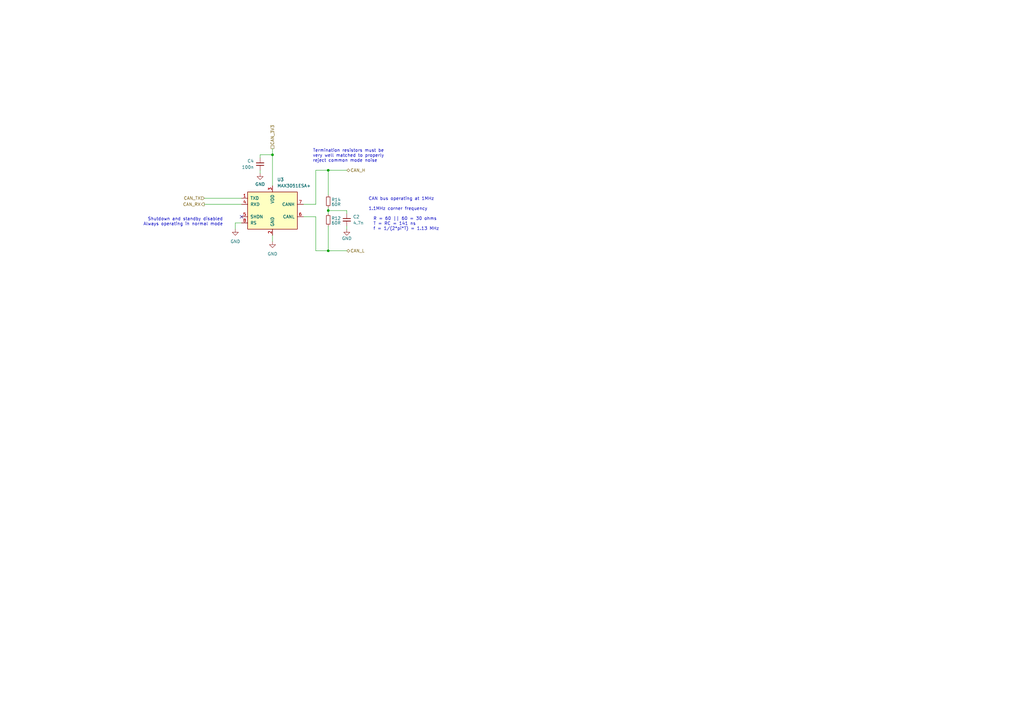
<source format=kicad_sch>
(kicad_sch (version 20230121) (generator eeschema)
  (paper "A3")
  (title_block (title "VCU") (date "2023-03-03") (rev "1.4.0") (company "SUFST") (comment 1 "STAG X") (comment 2 "Tim Brewis") (comment 3 "Max O'Brien"))
  (lib_symbols
    (symbol "Device:C_Small" (pin_numbers hide) (pin_names (offset 0.254) hide)
      (property "Reference" "C" (at 0.254 1.778 0))
      (property "Value" "C_Small" (at 0.254 -2.032 0))
      (symbol "C_Small_0_1"
        (polyline (pts (xy -1.524 -0.508) (xy 1.524 -0.508)) (stroke (width 0.3302)))
        (polyline (pts (xy -1.524 0.508) (xy 1.524 0.508)) (stroke (width 0.3048)))
      )
      (symbol "C_Small_1_1"
        (pin passive line (at 0 2.54 270) (length 2.032) (name "~") (number "1"))
        (pin passive line (at 0 -2.54 90) (length 2.032) (name "~") (number "2"))
      )
    )
    (symbol "Device:R_Small" (pin_numbers hide) (pin_names (offset 0.254) hide)
      (property "Reference" "R" (at 0.762 0.508 0))
      (property "Value" "R_Small" (at 0.762 -1.016 0))
      (symbol "R_Small_0_1"
        (rectangle (start -0.762 1.778) (end 0.762 -1.778) (stroke (width 0.2032)))
      )
      (symbol "R_Small_1_1"
        (pin passive line (at 0 2.54 270) (length 0.762) (name "~") (number "1"))
        (pin passive line (at 0 -2.54 90) (length 0.762) (name "~") (number "2"))
      )
    )
    (symbol "Interface_UART:MAX3051" (pin_names (offset 1.016))
      (property "Reference" "U" (at -10.16 8.89 0))
      (property "Value" "MAX3051" (at 2.54 8.89 0))
      (symbol "MAX3051_0_1"
        (rectangle (start -10.16 7.62) (end 10.16 -7.62) (stroke (width 0.254)) (fill (type background)))
      )
      (symbol "MAX3051_1_1"
        (pin input line (at -12.7 5.08 0) (length 2.54) (name "TXD") (number "1"))
        (pin power_in line (at 0 -10.16 90) (length 2.54) (name "GND") (number "2"))
        (pin power_in line (at 0 10.16 270) (length 2.54) (name "VDD") (number "3"))
        (pin output line (at -12.7 2.54 0) (length 2.54) (name "RXD") (number "4"))
        (pin input line (at -12.7 -2.54 0) (length 2.54) (name "SHDN") (number "5"))
        (pin bidirectional line (at 12.7 -2.54 180) (length 2.54) (name "CANL") (number "6"))
        (pin bidirectional line (at 12.7 2.54 180) (length 2.54) (name "CANH") (number "7"))
        (pin input line (at -12.7 -5.08 0) (length 2.54) (name "RS") (number "8"))
      )
    )
    (symbol "power:GND" (power) (pin_names (offset 0))
      (property "Value" "GND" (at 0 -3.81 0))
      (symbol "GND_0_1"
        (polyline (pts (xy 0 0) (xy 0 -1.27) (xy 1.27 -1.27) (xy 0 -2.54) (xy -1.27 -1.27) (xy 0 -1.27)))
      )
      (symbol "GND_1_1"
        (pin power_in line (at 0 0 270) (length 0) hide (name "GND") (number "1"))
      )
    )
  )
  (junction (at 134.62 86.36))
  (junction (at 111.76 63.5))
  (junction (at 134.62 102.87))
  (junction (at 134.62 69.85))
  (no_connect (at 99.06 88.9))
  (wire (pts (xy 106.68 63.5) (xy 111.76 63.5)))
  (wire (pts (xy 134.62 86.36) (xy 142.24 86.36)))
  (wire (pts (xy 83.82 83.82) (xy 99.06 83.82)))
  (wire (pts (xy 134.62 69.85) (xy 142.24 69.85)))
  (wire (pts (xy 111.76 60.96) (xy 111.76 63.5)))
  (wire (pts (xy 134.62 92.71) (xy 134.62 102.87)))
  (wire (pts (xy 96.52 93.98) (xy 96.52 91.44)))
  (wire (pts (xy 129.54 102.87) (xy 134.62 102.87)))
  (wire (pts (xy 129.54 69.85) (xy 134.62 69.85)))
  (wire (pts (xy 142.24 92.71) (xy 142.24 93.98)))
  (wire (pts (xy 129.54 88.9) (xy 129.54 102.87)))
  (wire (pts (xy 106.68 64.77) (xy 106.68 63.5)))
  (wire (pts (xy 83.82 81.28) (xy 99.06 81.28)))
  (wire (pts (xy 124.46 83.82) (xy 129.54 83.82)))
  (wire (pts (xy 134.62 85.09) (xy 134.62 86.36)))
  (wire (pts (xy 134.62 80.01) (xy 134.62 69.85)))
  (wire (pts (xy 96.52 91.44) (xy 99.06 91.44)))
  (wire (pts (xy 142.24 87.63) (xy 142.24 86.36)))
  (wire (pts (xy 111.76 63.5) (xy 111.76 76.2)))
  (wire (pts (xy 106.68 69.85) (xy 106.68 71.12)))
  (wire (pts (xy 134.62 102.87) (xy 142.24 102.87)))
  (wire (pts (xy 134.62 86.36) (xy 134.62 87.63)))
  (wire (pts (xy 124.46 88.9) (xy 129.54 88.9)))
  (wire (pts (xy 129.54 83.82) (xy 129.54 69.85)))
  (wire (pts (xy 111.76 96.52) (xy 111.76 99.06)))
  (text "CAN bus operating at 1MHz\n\n1.1MHz corner frequency\n\n  R = 60 || 60 = 30 ohms\n  T = RC = 141 ns\n  f = 1/(2*pi*T) = 1.13 MHz\n" (at 151.13 94.615 0) (effects (font (size 1.27 1.27)) (justify left bottom)))
  (text "Termination resistors must be \nvery well matched to properly \nreject common mode noise" (at 128.27 66.675 0) (effects (font (size 1.27 1.27)) (justify left bottom)))
  (text "Shutdown and standby disabled\nAlways operating in normal mode" (at 91.44 92.71 0) (effects (font (size 1.27 1.27)) (justify right bottom)))
  (hierarchical_label "CAN_RX" (shape output) (at 83.82 83.82 180))
  (hierarchical_label "CAN_TX" (shape input) (at 83.82 81.28 180))
  (hierarchical_label "CAN_3V3" (shape passive) (at 111.76 60.96 90))
  (hierarchical_label "CAN_H" (shape bidirectional) (at 142.24 69.85 0))
  (hierarchical_label "CAN_L" (shape bidirectional) (at 142.24 102.87 0))
  (symbol (lib_id "power:GND") (at 96.52 93.98 0) (unit 1)
    (property "Reference" "#PWR027" (effects hide))
    (property "Value" "GND" (at 96.52 99.06 0))
    (instances (project "vcu" (path "" (reference "#PWR027") (unit 1)) (path "" (reference "#PWR0135") (unit 1)) (path "" (reference "#PWR0147") (unit 1)) (path "" (reference "#PWR0153") (unit 1))))
  )
  (symbol (lib_id "Device:R_Small") (at 134.62 90.17 180) (unit 1)
    (property "Reference" "R12" (at 135.89 89.535 0) (effects (justify right)))
    (property "Value" "60R" (at 135.89 91.44 0) (effects (justify right)))
    (property "Footprint" "Resistor_SMD:R_0805_2012Metric_Pad1.20x1.40mm_HandSolder" (effects hide))
    (property "Datasheet" "https://www.mouser.co.uk/datasheet/2/427/dcrcwife3-1761849.pdf" (effects hide))
    (property "Optional" "True" (effects hide))
    (property "Supplier" "Mouser" (effects hide))
    (instances (project "vcu" (path "" (reference "R12") (unit 1)) (path "" (reference "R85") (unit 1)) (path "" (reference "R86") (unit 1)) (path "" (reference "R87") (unit 1))))
  )
  (symbol (lib_id "power:GND") (at 111.76 99.06 0) (unit 1)
    (property "Reference" "#PWR030" (effects hide))
    (property "Value" "GND" (at 111.76 104.14 0))
    (instances (project "vcu" (path "" (reference "#PWR030") (unit 1)) (path "" (reference "#PWR0112") (unit 1)) (path "" (reference "#PWR0141") (unit 1)) (path "" (reference "#PWR0151") (unit 1))))
  )
  (symbol (lib_id "power:GND") (at 142.24 93.98 0) (unit 1)
    (property "Reference" "#PWR031" (effects hide))
    (property "Value" "GND" (at 142.24 97.79 0))
    (instances (project "vcu" (path "" (reference "#PWR031") (unit 1)) (path "" (reference "#PWR0104") (unit 1)) (path "" (reference "#PWR0139") (unit 1)) (path "" (reference "#PWR0150") (unit 1))))
  )
  (symbol (lib_id "Device:R_Small") (at 134.62 82.55 180) (unit 1)
    (property "Reference" "R14" (at 135.89 81.915 0) (effects (justify right)))
    (property "Value" "60R" (at 135.89 83.82 0) (effects (justify right)))
    (property "Footprint" "Resistor_SMD:R_0805_2012Metric_Pad1.20x1.40mm_HandSolder" (effects hide))
    (property "Datasheet" "https://www.mouser.co.uk/datasheet/2/427/dcrcwife3-1761849.pdf" (effects hide))
    (property "Optional" "True" (effects hide))
    (property "Supplier" "Mouser" (effects hide))
    (instances (project "vcu" (path "" (reference "R14") (unit 1)) (path "" (reference "R15") (unit 1)) (path "" (reference "R83") (unit 1)) (path "" (reference "R84") (unit 1))))
  )
  (symbol (lib_id "Interface_UART:MAX3051") (at 111.76 86.36 0) (unit 1)
    (property "Reference" "U3" (at 113.665 73.66 0) (effects (justify left)))
    (property "Value" "MAX3051ESA+" (at 113.665 76.2 0) (effects (justify left)))
    (property "Footprint" "Package_SO:SOIC-8_3.9x4.9mm_P1.27mm" (effects hide))
    (property "Datasheet" "http://datasheets.maximintegrated.com/en/ds/MAX3051.pdf" (effects hide))
    (property "Supplier" "Mouser" (effects hide))
    (property "Order Code" "700-MAX3051ESA" (effects hide))
    (property "Optional" "False" (effects hide))
    (instances (project "vcu" (path "" (reference "U3") (unit 1)) (path "" (reference "U18") (unit 1)) (path "" (reference "U19") (unit 1)) (path "" (reference "U20") (unit 1))))
  )
  (symbol (lib_id "Device:C_Small") (at 142.24 90.17 0) (unit 1)
    (property "Reference" "C2" (at 144.78 88.9062 0) (effects (justify left)))
    (property "Value" "4.7n" (at 144.78 91.4462 0) (effects (justify left)))
    (property "Footprint" "Capacitor_SMD:C_0805_2012Metric_Pad1.18x1.45mm_HandSolder" (effects hide))
    (property "Datasheet" "https://www.mouser.co.uk/datasheet/2/212/1/KEM_C1076_X7R_HV_AUTO_SMD-1093301.pdf" (effects hide))
    (property "Optional" "True" (effects hide))
    (property "Order Code" "80-C0805C472KBRAUTO" (effects hide))
    (property "Supplier" "Mouser" (effects hide))
    (instances (project "vcu" (path "" (reference "C2") (unit 1)) (path "" (reference "C59") (unit 1)) (path "" (reference "C60") (unit 1)) (path "" (reference "C61") (unit 1))))
  )
  (symbol (lib_id "power:GND") (at 106.68 71.12 0) (mirror y) (unit 1)
    (property "Reference" "#PWR028" (effects hide))
    (property "Value" "GND" (at 106.68 75.565 0))
    (instances (project "vcu" (path "" (reference "#PWR028") (unit 1)) (path "" (reference "#PWR0124") (unit 1)) (path "" (reference "#PWR0145") (unit 1)) (path "" (reference "#PWR0152") (unit 1))))
  )
  (symbol (lib_id "Device:C_Small") (at 106.68 67.31 0) (mirror x) (unit 1)
    (property "Reference" "C4" (at 104.14 66.0336 0) (effects (justify right)))
    (property "Value" "100n" (at 104.14 68.5736 0) (effects (justify right)))
    (property "Footprint" "Capacitor_SMD:C_0805_2012Metric_Pad1.18x1.45mm_HandSolder" (effects hide))
    (property "Datasheet" "https://www.mouser.co.uk/datasheet/2/212/KEM_C1002_X7R_SMD-1102033.pdf" (effects hide))
    (property "Optional" "False" (effects hide))
    (property "Order Code" "80-C0805C104K5RACLR" (effects hide))
    (property "Supplier" "Mouser" (effects hide))
    (instances (project "vcu" (path "" (reference "C4") (unit 1)) (path "" (reference "C5") (unit 1)) (path "" (reference "C54") (unit 1)) (path "" (reference "C58") (unit 1))))
  )
)
</source>
